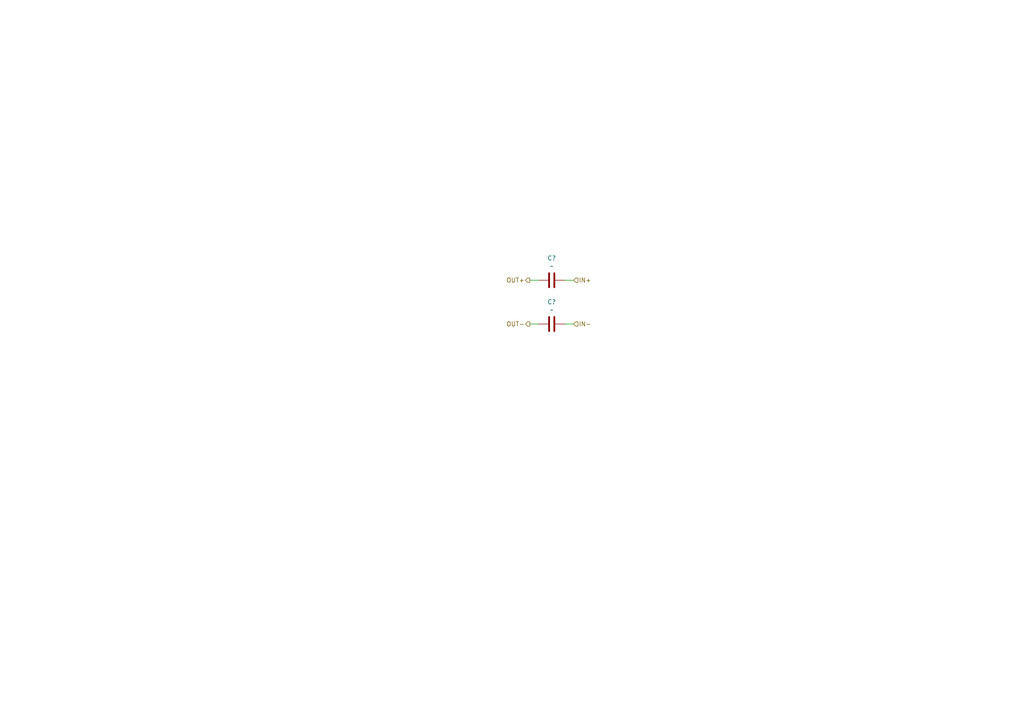
<source format=kicad_sch>
(kicad_sch (version 20211123) (generator eeschema)
  (paper "A4")
  (title_block (title "PCIexpress_x16_low") (company "Author: Luca Anastasio"))
  (lib_symbols
    (symbol "Device:C" (pin_numbers hide) (pin_names (offset 0.254))
      (property "Reference" "C" (at 0.635 2.54 0))
      (property "Value" "C" (at 0.635 -2.54 0))
      (symbol "C_0_1"
        (polyline (pts (xy -2.032 -0.762) (xy 2.032 -0.762)) (stroke (width 0.508)))
        (polyline (pts (xy -2.032 0.762) (xy 2.032 0.762)) (stroke (width 0.508)))
      )
      (symbol "C_1_1"
        (pin passive line (at 0 3.81 270) (length 2.794) (name "~") (number "1"))
        (pin passive line (at 0 -3.81 90) (length 2.794) (name "~") (number "2"))
      )
    )
  )
  (wire (pts (xy 163.83 93.98) (xy 166.37 93.98)))
  (wire (pts (xy 156.21 81.28) (xy 153.67 81.28)))
  (wire (pts (xy 156.21 93.98) (xy 153.67 93.98)))
  (wire (pts (xy 163.83 81.28) (xy 166.37 81.28)))
  (hierarchical_label "OUT-" (shape output) (at 153.67 93.98 180))
  (hierarchical_label "OUT+" (shape output) (at 153.67 81.28 180))
  (hierarchical_label "IN+" (shape input) (at 166.37 81.28 0))
  (hierarchical_label "IN-" (shape input) (at 166.37 93.98 0))
  (symbol (lib_id "Device:C") (at 160.02 81.28 270) (unit 1)
    (property "Reference" "C?" (at 160.02 74.8792 90))
    (property "Value" "~" (at 160.02 77.1906 90))
  )
  (symbol (lib_id "Device:C") (at 160.02 93.98 90) (mirror x) (unit 1)
    (property "Reference" "C?" (at 160.02 87.5792 90))
    (property "Value" "~" (at 160.02 89.8906 90))
  )
)
</source>
